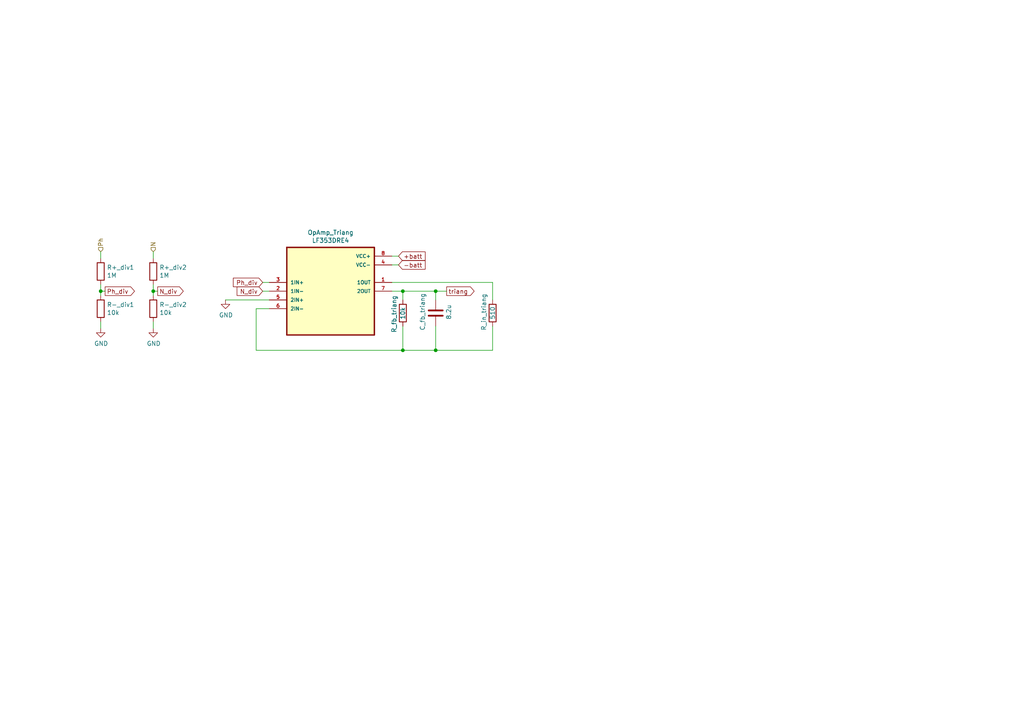
<source format=kicad_sch>
(kicad_sch (version 20211123) (generator eeschema)

  (uuid 6bfe5804-2ef9-4c65-b2a7-f01e4014370a)

  (paper "A4")

  (lib_symbols
    (symbol "Device:C" (pin_numbers hide) (pin_names (offset 0.254)) (in_bom yes) (on_board yes)
      (property "Reference" "C" (id 0) (at 0.635 2.54 0)
        (effects (font (size 1.27 1.27)) (justify left))
      )
      (property "Value" "C" (id 1) (at 0.635 -2.54 0)
        (effects (font (size 1.27 1.27)) (justify left))
      )
      (property "Footprint" "" (id 2) (at 0.9652 -3.81 0)
        (effects (font (size 1.27 1.27)) hide)
      )
      (property "Datasheet" "~" (id 3) (at 0 0 0)
        (effects (font (size 1.27 1.27)) hide)
      )
      (property "ki_keywords" "cap capacitor" (id 4) (at 0 0 0)
        (effects (font (size 1.27 1.27)) hide)
      )
      (property "ki_description" "Unpolarized capacitor" (id 5) (at 0 0 0)
        (effects (font (size 1.27 1.27)) hide)
      )
      (property "ki_fp_filters" "C_*" (id 6) (at 0 0 0)
        (effects (font (size 1.27 1.27)) hide)
      )
      (symbol "C_0_1"
        (polyline
          (pts
            (xy -2.032 -0.762)
            (xy 2.032 -0.762)
          )
          (stroke (width 0.508) (type default) (color 0 0 0 0))
          (fill (type none))
        )
        (polyline
          (pts
            (xy -2.032 0.762)
            (xy 2.032 0.762)
          )
          (stroke (width 0.508) (type default) (color 0 0 0 0))
          (fill (type none))
        )
      )
      (symbol "C_1_1"
        (pin passive line (at 0 3.81 270) (length 2.794)
          (name "~" (effects (font (size 1.27 1.27))))
          (number "1" (effects (font (size 1.27 1.27))))
        )
        (pin passive line (at 0 -3.81 90) (length 2.794)
          (name "~" (effects (font (size 1.27 1.27))))
          (number "2" (effects (font (size 1.27 1.27))))
        )
      )
    )
    (symbol "Device:R" (pin_numbers hide) (pin_names (offset 0)) (in_bom yes) (on_board yes)
      (property "Reference" "R" (id 0) (at 2.032 0 90)
        (effects (font (size 1.27 1.27)))
      )
      (property "Value" "R" (id 1) (at 0 0 90)
        (effects (font (size 1.27 1.27)))
      )
      (property "Footprint" "" (id 2) (at -1.778 0 90)
        (effects (font (size 1.27 1.27)) hide)
      )
      (property "Datasheet" "~" (id 3) (at 0 0 0)
        (effects (font (size 1.27 1.27)) hide)
      )
      (property "ki_keywords" "R res resistor" (id 4) (at 0 0 0)
        (effects (font (size 1.27 1.27)) hide)
      )
      (property "ki_description" "Resistor" (id 5) (at 0 0 0)
        (effects (font (size 1.27 1.27)) hide)
      )
      (property "ki_fp_filters" "R_*" (id 6) (at 0 0 0)
        (effects (font (size 1.27 1.27)) hide)
      )
      (symbol "R_0_1"
        (rectangle (start -1.016 -2.54) (end 1.016 2.54)
          (stroke (width 0.254) (type default) (color 0 0 0 0))
          (fill (type none))
        )
      )
      (symbol "R_1_1"
        (pin passive line (at 0 3.81 270) (length 1.27)
          (name "~" (effects (font (size 1.27 1.27))))
          (number "1" (effects (font (size 1.27 1.27))))
        )
        (pin passive line (at 0 -3.81 90) (length 1.27)
          (name "~" (effects (font (size 1.27 1.27))))
          (number "2" (effects (font (size 1.27 1.27))))
        )
      )
    )
    (symbol "LF353DRE4:LF353DRE4" (pin_names (offset 1.016)) (in_bom yes) (on_board yes)
      (property "Reference" "U" (id 0) (at -12.7 13.6906 0)
        (effects (font (size 1.27 1.27)) (justify left bottom))
      )
      (property "Value" "LF353DRE4" (id 1) (at -12.7 -16.6878 0)
        (effects (font (size 1.27 1.27)) (justify left bottom))
      )
      (property "Footprint" "SOIC127P599X175-8N" (id 2) (at 0 0 0)
        (effects (font (size 1.27 1.27)) (justify left bottom) hide)
      )
      (property "Datasheet" "" (id 3) (at 0 0 0)
        (effects (font (size 1.27 1.27)) (justify left bottom) hide)
      )
      (property "ki_locked" "" (id 4) (at 0 0 0)
        (effects (font (size 1.27 1.27)))
      )
      (symbol "LF353DRE4_0_0"
        (rectangle (start -12.7 -12.7) (end 12.7 12.7)
          (stroke (width 0.4064) (type default) (color 0 0 0 0))
          (fill (type background))
        )
        (pin output line (at 17.78 2.54 180) (length 5.08)
          (name "1OUT" (effects (font (size 1.016 1.016))))
          (number "1" (effects (font (size 1.016 1.016))))
        )
        (pin input line (at -17.78 0 0) (length 5.08)
          (name "1IN-" (effects (font (size 1.016 1.016))))
          (number "2" (effects (font (size 1.016 1.016))))
        )
        (pin input line (at -17.78 2.54 0) (length 5.08)
          (name "1IN+" (effects (font (size 1.016 1.016))))
          (number "3" (effects (font (size 1.016 1.016))))
        )
        (pin power_in line (at 17.78 7.62 180) (length 5.08)
          (name "VCC-" (effects (font (size 1.016 1.016))))
          (number "4" (effects (font (size 1.016 1.016))))
        )
        (pin input line (at -17.78 -2.54 0) (length 5.08)
          (name "2IN+" (effects (font (size 1.016 1.016))))
          (number "5" (effects (font (size 1.016 1.016))))
        )
        (pin input line (at -17.78 -5.08 0) (length 5.08)
          (name "2IN-" (effects (font (size 1.016 1.016))))
          (number "6" (effects (font (size 1.016 1.016))))
        )
        (pin output line (at 17.78 0 180) (length 5.08)
          (name "2OUT" (effects (font (size 1.016 1.016))))
          (number "7" (effects (font (size 1.016 1.016))))
        )
        (pin power_in line (at 17.78 10.16 180) (length 5.08)
          (name "VCC+" (effects (font (size 1.016 1.016))))
          (number "8" (effects (font (size 1.016 1.016))))
        )
      )
    )
    (symbol "power:GND" (power) (pin_names (offset 0)) (in_bom yes) (on_board yes)
      (property "Reference" "#PWR" (id 0) (at 0 -6.35 0)
        (effects (font (size 1.27 1.27)) hide)
      )
      (property "Value" "GND" (id 1) (at 0 -3.81 0)
        (effects (font (size 1.27 1.27)))
      )
      (property "Footprint" "" (id 2) (at 0 0 0)
        (effects (font (size 1.27 1.27)) hide)
      )
      (property "Datasheet" "" (id 3) (at 0 0 0)
        (effects (font (size 1.27 1.27)) hide)
      )
      (property "ki_keywords" "power-flag" (id 4) (at 0 0 0)
        (effects (font (size 1.27 1.27)) hide)
      )
      (property "ki_description" "Power symbol creates a global label with name \"GND\" , ground" (id 5) (at 0 0 0)
        (effects (font (size 1.27 1.27)) hide)
      )
      (symbol "GND_0_1"
        (polyline
          (pts
            (xy 0 0)
            (xy 0 -1.27)
            (xy 1.27 -1.27)
            (xy 0 -2.54)
            (xy -1.27 -1.27)
            (xy 0 -1.27)
          )
          (stroke (width 0) (type default) (color 0 0 0 0))
          (fill (type none))
        )
      )
      (symbol "GND_1_1"
        (pin power_in line (at 0 0 270) (length 0) hide
          (name "GND" (effects (font (size 1.27 1.27))))
          (number "1" (effects (font (size 1.27 1.27))))
        )
      )
    )
  )


  (junction (at 116.84 101.6) (diameter 0) (color 0 0 0 0)
    (uuid 21ae9c3a-7138-444e-be38-56a4842ab594)
  )
  (junction (at 29.21 84.455) (diameter 0) (color 0 0 0 0)
    (uuid 4fb21471-41be-4be8-9687-66030f97befc)
  )
  (junction (at 126.365 84.455) (diameter 0) (color 0 0 0 0)
    (uuid b447dbb1-d38e-4a15-93cb-12c25382ea53)
  )
  (junction (at 116.84 84.455) (diameter 0) (color 0 0 0 0)
    (uuid cb24efdd-07c6-4317-9277-131625b065ac)
  )
  (junction (at 126.365 101.6) (diameter 0) (color 0 0 0 0)
    (uuid e43dbe34-ed17-4e35-a5c7-2f1679b3c415)
  )
  (junction (at 44.45 84.455) (diameter 0) (color 0 0 0 0)
    (uuid ec31c074-17b2-48e1-ab01-071acad3fa04)
  )

  (wire (pts (xy 78.105 84.455) (xy 76.2 84.455))
    (stroke (width 0) (type default) (color 0 0 0 0))
    (uuid 01e9b6e7-adf9-4ee7-9447-a588630ee4a2)
  )
  (wire (pts (xy 29.21 84.455) (xy 29.21 85.725))
    (stroke (width 0) (type default) (color 0 0 0 0))
    (uuid 0755aee5-bc01-4cb5-b830-583289df50a3)
  )
  (wire (pts (xy 78.105 86.995) (xy 65.405 86.995))
    (stroke (width 0) (type default) (color 0 0 0 0))
    (uuid 0c3dceba-7c95-4b3d-b590-0eb581444beb)
  )
  (wire (pts (xy 126.365 101.6) (xy 116.84 101.6))
    (stroke (width 0) (type default) (color 0 0 0 0))
    (uuid 14769dc5-8525-4984-8b15-a734ee247efa)
  )
  (wire (pts (xy 116.84 94.615) (xy 116.84 101.6))
    (stroke (width 0) (type default) (color 0 0 0 0))
    (uuid 19c56563-5fe3-442a-885b-418dbc2421eb)
  )
  (wire (pts (xy 29.21 82.55) (xy 29.21 84.455))
    (stroke (width 0) (type default) (color 0 0 0 0))
    (uuid 1e8701fc-ad24-40ea-846a-e3db538d6077)
  )
  (wire (pts (xy 29.21 74.93) (xy 29.21 73.025))
    (stroke (width 0) (type default) (color 0 0 0 0))
    (uuid 25d545dc-8f50-4573-922c-35ef5a2a3a19)
  )
  (wire (pts (xy 116.84 84.455) (xy 116.84 86.995))
    (stroke (width 0) (type default) (color 0 0 0 0))
    (uuid 2dc272bd-3aa2-45b5-889d-1d3c8aac80f8)
  )
  (wire (pts (xy 45.72 84.455) (xy 44.45 84.455))
    (stroke (width 0) (type default) (color 0 0 0 0))
    (uuid 4a21e717-d46d-4d9e-8b98-af4ecb02d3ec)
  )
  (wire (pts (xy 78.105 81.915) (xy 76.2 81.915))
    (stroke (width 0) (type default) (color 0 0 0 0))
    (uuid 4f66b314-0f62-4fb6-8c3c-f9c6a75cd3ec)
  )
  (wire (pts (xy 113.665 84.455) (xy 116.84 84.455))
    (stroke (width 0) (type default) (color 0 0 0 0))
    (uuid 5114c7bf-b955-49f3-a0a8-4b954c81bde0)
  )
  (wire (pts (xy 126.365 101.6) (xy 142.875 101.6))
    (stroke (width 0) (type default) (color 0 0 0 0))
    (uuid 57c0c267-8bf9-4cc7-b734-d71a239ac313)
  )
  (wire (pts (xy 74.295 101.6) (xy 74.295 89.535))
    (stroke (width 0) (type default) (color 0 0 0 0))
    (uuid 5bcace5d-edd0-4e19-92d0-835e43cf8eb2)
  )
  (wire (pts (xy 44.45 84.455) (xy 44.45 85.725))
    (stroke (width 0) (type default) (color 0 0 0 0))
    (uuid 60dcd1fe-7079-4cb8-b509-04558ccf5097)
  )
  (wire (pts (xy 115.57 76.835) (xy 113.665 76.835))
    (stroke (width 0) (type default) (color 0 0 0 0))
    (uuid 6475547d-3216-45a4-a15c-48314f1dd0f9)
  )
  (wire (pts (xy 126.365 84.455) (xy 126.365 86.995))
    (stroke (width 0) (type default) (color 0 0 0 0))
    (uuid 6c2d26bc-6eca-436c-8025-79f817bf57d6)
  )
  (wire (pts (xy 116.84 84.455) (xy 126.365 84.455))
    (stroke (width 0) (type default) (color 0 0 0 0))
    (uuid 6c67e4f6-9d04-4539-b356-b76e915ce848)
  )
  (wire (pts (xy 126.365 94.615) (xy 126.365 101.6))
    (stroke (width 0) (type default) (color 0 0 0 0))
    (uuid 6ec113ca-7d27-4b14-a180-1e5e2fd1c167)
  )
  (wire (pts (xy 30.48 84.455) (xy 29.21 84.455))
    (stroke (width 0) (type default) (color 0 0 0 0))
    (uuid 7599133e-c681-4202-85d9-c20dac196c64)
  )
  (wire (pts (xy 113.665 81.915) (xy 142.875 81.915))
    (stroke (width 0) (type default) (color 0 0 0 0))
    (uuid 7cee474b-af8f-4832-b07a-c43c1ab0b464)
  )
  (wire (pts (xy 44.45 82.55) (xy 44.45 84.455))
    (stroke (width 0) (type default) (color 0 0 0 0))
    (uuid 8412992d-8754-44de-9e08-115cec1a3eff)
  )
  (wire (pts (xy 142.875 94.615) (xy 142.875 101.6))
    (stroke (width 0) (type default) (color 0 0 0 0))
    (uuid 853ee787-6e2c-4f32-bc75-6c17337dd3d5)
  )
  (wire (pts (xy 115.57 74.295) (xy 113.665 74.295))
    (stroke (width 0) (type default) (color 0 0 0 0))
    (uuid 8c6a821f-8e19-48f3-8f44-9b340f7689bc)
  )
  (wire (pts (xy 44.45 93.345) (xy 44.45 95.25))
    (stroke (width 0) (type default) (color 0 0 0 0))
    (uuid 911bdcbe-493f-4e21-a506-7cbc636e2c17)
  )
  (wire (pts (xy 142.875 81.915) (xy 142.875 86.995))
    (stroke (width 0) (type default) (color 0 0 0 0))
    (uuid 9cb12cc8-7f1a-4a01-9256-c119f11a8a02)
  )
  (wire (pts (xy 74.295 89.535) (xy 78.105 89.535))
    (stroke (width 0) (type default) (color 0 0 0 0))
    (uuid bd065eaf-e495-4837-bdb3-129934de1fc7)
  )
  (wire (pts (xy 116.84 101.6) (xy 74.295 101.6))
    (stroke (width 0) (type default) (color 0 0 0 0))
    (uuid c7e7067c-5f5e-48d8-ab59-df26f9b35863)
  )
  (wire (pts (xy 29.21 93.345) (xy 29.21 95.25))
    (stroke (width 0) (type default) (color 0 0 0 0))
    (uuid c8c79177-94d4-43e2-a654-f0a5554fbb68)
  )
  (wire (pts (xy 126.365 84.455) (xy 129.54 84.455))
    (stroke (width 0) (type default) (color 0 0 0 0))
    (uuid cfa5c16e-7859-460d-a0b8-cea7d7ea629c)
  )
  (wire (pts (xy 44.45 74.93) (xy 44.45 73.025))
    (stroke (width 0) (type default) (color 0 0 0 0))
    (uuid ffd175d1-912a-4224-be1e-a8198680f46b)
  )

  (global_label "N_div" (shape input) (at 76.2 84.455 180) (fields_autoplaced)
    (effects (font (size 1.27 1.27)) (justify right))
    (uuid 16bd6381-8ac0-4bf2-9dce-ecc20c724b8d)
    (property "Intersheet References" "${INTERSHEET_REFS}" (id 0) (at 0 0 0)
      (effects (font (size 1.27 1.27)) hide)
    )
  )
  (global_label "+batt" (shape input) (at 115.57 74.295 0) (fields_autoplaced)
    (effects (font (size 1.27 1.27)) (justify left))
    (uuid 1a6d2848-e78e-49fe-8978-e1890f07836f)
    (property "Intersheet References" "${INTERSHEET_REFS}" (id 0) (at 0 0 0)
      (effects (font (size 1.27 1.27)) hide)
    )
  )
  (global_label "-batt" (shape input) (at 115.57 76.835 0) (fields_autoplaced)
    (effects (font (size 1.27 1.27)) (justify left))
    (uuid 45008225-f50f-4d6b-b508-6730a9408caf)
    (property "Intersheet References" "${INTERSHEET_REFS}" (id 0) (at 0 0 0)
      (effects (font (size 1.27 1.27)) hide)
    )
  )
  (global_label "triang" (shape output) (at 129.54 84.455 0) (fields_autoplaced)
    (effects (font (size 1.27 1.27)) (justify left))
    (uuid 5ca4be1c-537e-4a4a-b344-d0c8ffde8546)
    (property "Intersheet References" "${INTERSHEET_REFS}" (id 0) (at 0 0 0)
      (effects (font (size 1.27 1.27)) hide)
    )
  )
  (global_label "N_div" (shape output) (at 45.72 84.455 0) (fields_autoplaced)
    (effects (font (size 1.27 1.27)) (justify left))
    (uuid 6d26d68f-1ca7-4ff3-b058-272f1c399047)
    (property "Intersheet References" "${INTERSHEET_REFS}" (id 0) (at 0 0 0)
      (effects (font (size 1.27 1.27)) hide)
    )
  )
  (global_label "Ph_div" (shape output) (at 30.48 84.455 0) (fields_autoplaced)
    (effects (font (size 1.27 1.27)) (justify left))
    (uuid 70e15522-1572-4451-9c0d-6d36ac70d8c6)
    (property "Intersheet References" "${INTERSHEET_REFS}" (id 0) (at 0 0 0)
      (effects (font (size 1.27 1.27)) hide)
    )
  )
  (global_label "Ph_div" (shape input) (at 76.2 81.915 180) (fields_autoplaced)
    (effects (font (size 1.27 1.27)) (justify right))
    (uuid c5eb1e4c-ce83-470e-8f32-e20ff1f886a3)
    (property "Intersheet References" "${INTERSHEET_REFS}" (id 0) (at 0 0 0)
      (effects (font (size 1.27 1.27)) hide)
    )
  )

  (hierarchical_label "N" (shape input) (at 44.45 73.025 90)
    (effects (font (size 1.27 1.27)) (justify left))
    (uuid babeabf2-f3b0-4ed5-8d9e-0215947e6cf3)
  )
  (hierarchical_label "Ph" (shape input) (at 29.21 73.025 90)
    (effects (font (size 1.27 1.27)) (justify left))
    (uuid df68c26a-03b5-4466-aecf-ba34b7dce6b7)
  )

  (symbol (lib_id "Device:R") (at 29.21 78.74 0) (unit 1)
    (in_bom yes) (on_board yes)
    (uuid 00000000-0000-0000-0000-0000626b4dc0)
    (property "Reference" "R+_div1" (id 0) (at 30.988 77.5716 0)
      (effects (font (size 1.27 1.27)) (justify left))
    )
    (property "Value" "1M" (id 1) (at 30.988 79.883 0)
      (effects (font (size 1.27 1.27)) (justify left))
    )
    (property "Footprint" "" (id 2) (at 27.432 78.74 90)
      (effects (font (size 1.27 1.27)) hide)
    )
    (property "Datasheet" "~" (id 3) (at 29.21 78.74 0)
      (effects (font (size 1.27 1.27)) hide)
    )
    (pin "1" (uuid 5e04ef60-5c6b-4e8d-8dbb-4306b6d1190e))
    (pin "2" (uuid bb7bde0b-c41d-4f6c-b4b8-cd20135b382b))
  )

  (symbol (lib_id "LF353DRE4:LF353DRE4") (at 95.885 84.455 0) (unit 1)
    (in_bom yes) (on_board yes)
    (uuid 00000000-0000-0000-0000-0000626b4dca)
    (property "Reference" "OpAmp_Triang" (id 0) (at 95.885 67.437 0))
    (property "Value" "LF353DRE4" (id 1) (at 95.885 69.7484 0))
    (property "Footprint" "SOIC127P599X175-8N" (id 2) (at 95.885 84.455 0)
      (effects (font (size 1.27 1.27)) (justify left bottom) hide)
    )
    (property "Datasheet" "" (id 3) (at 95.885 84.455 0)
      (effects (font (size 1.27 1.27)) (justify left bottom) hide)
    )
    (pin "1" (uuid a26295a6-17ef-4b6b-9524-57310d5607dc))
    (pin "2" (uuid d9b2fb40-8c66-4e1d-a1fe-d1a65ba358b6))
    (pin "3" (uuid 247c9e8d-bf57-4abc-9b07-ca575a5cd8ef))
    (pin "4" (uuid 56b0736c-da4d-494d-8fe3-08291fed50e9))
    (pin "5" (uuid e593a658-db79-4cfe-8a5b-33490fe0d6fd))
    (pin "6" (uuid 8ebba844-6630-4b92-80a2-f233cf51079f))
    (pin "7" (uuid b39965ad-f739-448e-8058-025a9846e1c5))
    (pin "8" (uuid d23c83ea-2c1e-4a96-9273-57c12bd13a02))
  )

  (symbol (lib_id "Device:R") (at 29.21 89.535 0) (unit 1)
    (in_bom yes) (on_board yes)
    (uuid 00000000-0000-0000-0000-0000626b6b9d)
    (property "Reference" "R-_div1" (id 0) (at 30.988 88.3666 0)
      (effects (font (size 1.27 1.27)) (justify left))
    )
    (property "Value" "10k" (id 1) (at 30.988 90.678 0)
      (effects (font (size 1.27 1.27)) (justify left))
    )
    (property "Footprint" "" (id 2) (at 27.432 89.535 90)
      (effects (font (size 1.27 1.27)) hide)
    )
    (property "Datasheet" "~" (id 3) (at 29.21 89.535 0)
      (effects (font (size 1.27 1.27)) hide)
    )
    (pin "1" (uuid f68700b9-857e-4a2f-9aa1-1a1fdcba5353))
    (pin "2" (uuid 82412301-7c6a-4d60-a75c-1ded8363e098))
  )

  (symbol (lib_id "power:GND") (at 29.21 95.25 0) (unit 1)
    (in_bom yes) (on_board yes)
    (uuid 00000000-0000-0000-0000-0000626b7111)
    (property "Reference" "#PWR0114" (id 0) (at 29.21 101.6 0)
      (effects (font (size 1.27 1.27)) hide)
    )
    (property "Value" "GND" (id 1) (at 29.337 99.6442 0))
    (property "Footprint" "" (id 2) (at 29.21 95.25 0)
      (effects (font (size 1.27 1.27)) hide)
    )
    (property "Datasheet" "" (id 3) (at 29.21 95.25 0)
      (effects (font (size 1.27 1.27)) hide)
    )
    (pin "1" (uuid 6f47c759-d5c0-4ea4-9a91-b73ca572c801))
  )

  (symbol (lib_id "Device:R") (at 44.45 78.74 0) (unit 1)
    (in_bom yes) (on_board yes)
    (uuid 00000000-0000-0000-0000-0000626bb8c0)
    (property "Reference" "R+_div2" (id 0) (at 46.228 77.5716 0)
      (effects (font (size 1.27 1.27)) (justify left))
    )
    (property "Value" "1M" (id 1) (at 46.228 79.883 0)
      (effects (font (size 1.27 1.27)) (justify left))
    )
    (property "Footprint" "" (id 2) (at 42.672 78.74 90)
      (effects (font (size 1.27 1.27)) hide)
    )
    (property "Datasheet" "~" (id 3) (at 44.45 78.74 0)
      (effects (font (size 1.27 1.27)) hide)
    )
    (pin "1" (uuid 6769f420-db96-4663-83af-700fffd703ad))
    (pin "2" (uuid 31ba5c72-22e7-4b5c-ac59-7558596bd7db))
  )

  (symbol (lib_id "Device:R") (at 44.45 89.535 0) (unit 1)
    (in_bom yes) (on_board yes)
    (uuid 00000000-0000-0000-0000-0000626bb8c7)
    (property "Reference" "R-_div2" (id 0) (at 46.228 88.3666 0)
      (effects (font (size 1.27 1.27)) (justify left))
    )
    (property "Value" "10k" (id 1) (at 46.228 90.678 0)
      (effects (font (size 1.27 1.27)) (justify left))
    )
    (property "Footprint" "" (id 2) (at 42.672 89.535 90)
      (effects (font (size 1.27 1.27)) hide)
    )
    (property "Datasheet" "~" (id 3) (at 44.45 89.535 0)
      (effects (font (size 1.27 1.27)) hide)
    )
    (pin "1" (uuid 29313324-3bd4-4a39-a4c5-b46be6c3dad2))
    (pin "2" (uuid cc3ef934-2e4d-4d82-8c04-858530d3400c))
  )

  (symbol (lib_id "power:GND") (at 44.45 95.25 0) (unit 1)
    (in_bom yes) (on_board yes)
    (uuid 00000000-0000-0000-0000-0000626bb8cf)
    (property "Reference" "#PWR0115" (id 0) (at 44.45 101.6 0)
      (effects (font (size 1.27 1.27)) hide)
    )
    (property "Value" "GND" (id 1) (at 44.577 99.6442 0))
    (property "Footprint" "" (id 2) (at 44.45 95.25 0)
      (effects (font (size 1.27 1.27)) hide)
    )
    (property "Datasheet" "" (id 3) (at 44.45 95.25 0)
      (effects (font (size 1.27 1.27)) hide)
    )
    (pin "1" (uuid 86458af8-a5ec-4b90-a0e6-eda0c7b1a3a3))
  )

  (symbol (lib_id "power:GND") (at 65.405 86.995 0) (unit 1)
    (in_bom yes) (on_board yes)
    (uuid 00000000-0000-0000-0000-0000626cd9f8)
    (property "Reference" "#PWR0113" (id 0) (at 65.405 93.345 0)
      (effects (font (size 1.27 1.27)) hide)
    )
    (property "Value" "GND" (id 1) (at 65.532 91.3892 0))
    (property "Footprint" "" (id 2) (at 65.405 86.995 0)
      (effects (font (size 1.27 1.27)) hide)
    )
    (property "Datasheet" "" (id 3) (at 65.405 86.995 0)
      (effects (font (size 1.27 1.27)) hide)
    )
    (pin "1" (uuid a31b0eb8-7957-4607-ba79-2e0d398abf0c))
  )

  (symbol (lib_id "Device:R") (at 142.875 90.805 0) (unit 1)
    (in_bom yes) (on_board yes)
    (uuid 00000000-0000-0000-0000-0000626cf1b6)
    (property "Reference" "R_in_triang" (id 0) (at 140.335 95.885 90)
      (effects (font (size 1.27 1.27)) (justify left))
    )
    (property "Value" "510" (id 1) (at 142.875 92.71 90)
      (effects (font (size 1.27 1.27)) (justify left))
    )
    (property "Footprint" "" (id 2) (at 141.097 90.805 90)
      (effects (font (size 1.27 1.27)) hide)
    )
    (property "Datasheet" "~" (id 3) (at 142.875 90.805 0)
      (effects (font (size 1.27 1.27)) hide)
    )
    (pin "1" (uuid a9445a86-0796-4287-8e50-71b9dca0d04f))
    (pin "2" (uuid d7068e86-6312-4342-aa63-c1b7ad68015f))
  )

  (symbol (lib_id "Device:R") (at 116.84 90.805 0) (unit 1)
    (in_bom yes) (on_board yes)
    (uuid 00000000-0000-0000-0000-0000626d0007)
    (property "Reference" "R_fb_triang" (id 0) (at 114.3 96.52 90)
      (effects (font (size 1.27 1.27)) (justify left))
    )
    (property "Value" "10k" (id 1) (at 116.84 92.71 90)
      (effects (font (size 1.27 1.27)) (justify left))
    )
    (property "Footprint" "" (id 2) (at 115.062 90.805 90)
      (effects (font (size 1.27 1.27)) hide)
    )
    (property "Datasheet" "~" (id 3) (at 116.84 90.805 0)
      (effects (font (size 1.27 1.27)) hide)
    )
    (pin "1" (uuid a35191d7-002d-483e-8905-1f7fa3172a94))
    (pin "2" (uuid 78a1ef7f-c2d5-4c6b-9982-4e130942eea1))
  )

  (symbol (lib_id "Device:C") (at 126.365 90.805 0) (unit 1)
    (in_bom yes) (on_board yes)
    (uuid 00000000-0000-0000-0000-0000626d060e)
    (property "Reference" "C_fb_triang" (id 0) (at 122.555 95.885 90)
      (effects (font (size 1.27 1.27)) (justify left))
    )
    (property "Value" "8.2u" (id 1) (at 130.175 92.71 90)
      (effects (font (size 1.27 1.27)) (justify left))
    )
    (property "Footprint" "" (id 2) (at 127.3302 94.615 0)
      (effects (font (size 1.27 1.27)) hide)
    )
    (property "Datasheet" "~" (id 3) (at 126.365 90.805 0)
      (effects (font (size 1.27 1.27)) hide)
    )
    (pin "1" (uuid 3ba2e741-26ff-426b-a228-0004f969dee7))
    (pin "2" (uuid 608791ba-5655-4374-9725-73a7883cb106))
  )
)

</source>
